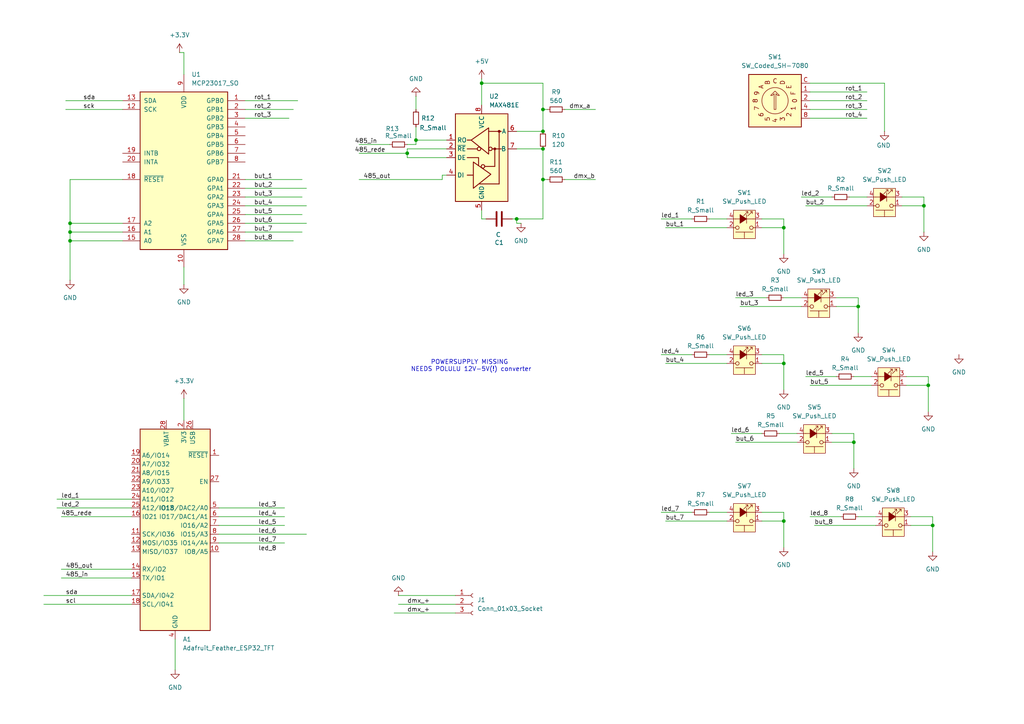
<source format=kicad_sch>
(kicad_sch (version 20231120) (generator "eeschema") (generator_version "8.0")
  (paper "A4")
  (lib_symbols
    (symbol "Connector:Conn_01x03_Socket" (pin_names (offset 1.016) hide)
      (property "Reference" "J" (at 0 5.08 0))
      (property "Value" "Conn_01x03_Socket" (at 0 -5.08 0))
      (symbol "Conn_01x03_Socket_1_1"
        (arc (start 0 -2.032) (mid -0.5058 -2.54) (end 0 -3.048) (stroke (width 0.1524)))
        (polyline (pts (xy -1.27 -2.54) (xy -0.508 -2.54)) (stroke (width 0.1524)))
        (polyline (pts (xy -1.27 0) (xy -0.508 0)) (stroke (width 0.1524)))
        (polyline (pts (xy -1.27 2.54) (xy -0.508 2.54)) (stroke (width 0.1524)))
        (arc (start 0 0.508) (mid -0.5058 0) (end 0 -0.508) (stroke (width 0.1524)))
        (arc (start 0 3.048) (mid -0.5058 2.54) (end 0 2.032) (stroke (width 0.1524)))
        (pin passive line (at -5.08 2.54 0) (length 3.81) (name "Pin_1") (number "1"))
        (pin passive line (at -5.08 0 0) (length 3.81) (name "Pin_2") (number "2"))
        (pin passive line (at -5.08 -2.54 0) (length 3.81) (name "Pin_3") (number "3"))
      )
    )
    (symbol "Device:C" (pin_numbers hide) (pin_names (offset 0.254))
      (property "Reference" "C" (at 0.635 2.54 0))
      (property "Value" "C" (at 0.635 -2.54 0))
      (symbol "C_0_1"
        (polyline (pts (xy -2.032 -0.762) (xy 2.032 -0.762)) (stroke (width 0.508)))
        (polyline (pts (xy -2.032 0.762) (xy 2.032 0.762)) (stroke (width 0.508)))
      )
      (symbol "C_1_1"
        (pin passive line (at 0 3.81 270) (length 2.794) (name "~") (number "1"))
        (pin passive line (at 0 -3.81 90) (length 2.794) (name "~") (number "2"))
      )
    )
    (symbol "Device:R_Small" (pin_numbers hide) (pin_names (offset 0.254) hide)
      (property "Reference" "R" (at 0.762 0.508 0))
      (property "Value" "R_Small" (at 0.762 -1.016 0))
      (symbol "R_Small_0_1"
        (rectangle (start -0.762 1.778) (end 0.762 -1.778) (stroke (width 0.2032)))
      )
      (symbol "R_Small_1_1"
        (pin passive line (at 0 2.54 270) (length 0.762) (name "~") (number "1"))
        (pin passive line (at 0 -2.54 90) (length 0.762) (name "~") (number "2"))
      )
    )
    (symbol "Interface_Expansion:MCP23017_SO" (pin_names (offset 1.016))
      (property "Reference" "U" (at -11.43 24.13 0))
      (property "Value" "MCP23017_SO" (at 0 0 0))
      (symbol "MCP23017_SO_0_1"
        (rectangle (start -12.7 22.86) (end 12.7 -22.86) (stroke (width 0.254)) (fill (type background)))
      )
      (symbol "MCP23017_SO_1_1"
        (pin bidirectional line (at 17.78 20.32 180) (length 5.08) (name "GPB0") (number "1"))
        (pin power_in line (at 0 -27.94 90) (length 5.08) (name "VSS") (number "10"))
        (pin no_connect line (at -12.7 15.24 0) (length 5.08) hide (name "NC") (number "11"))
        (pin input line (at -17.78 17.78 0) (length 5.08) (name "SCK") (number "12"))
        (pin bidirectional line (at -17.78 20.32 0) (length 5.08) (name "SDA") (number "13"))
        (pin no_connect line (at -12.7 12.7 0) (length 5.08) hide (name "NC") (number "14"))
        (pin input line (at -17.78 -20.32 0) (length 5.08) (name "A0") (number "15"))
        (pin input line (at -17.78 -17.78 0) (length 5.08) (name "A1") (number "16"))
        (pin input line (at -17.78 -15.24 0) (length 5.08) (name "A2") (number "17"))
        (pin input line (at -17.78 -2.54 0) (length 5.08) (name "~{RESET}") (number "18"))
        (pin tri_state line (at -17.78 5.08 0) (length 5.08) (name "INTB") (number "19"))
        (pin bidirectional line (at 17.78 17.78 180) (length 5.08) (name "GPB1") (number "2"))
        (pin tri_state line (at -17.78 2.54 0) (length 5.08) (name "INTA") (number "20"))
        (pin bidirectional line (at 17.78 -2.54 180) (length 5.08) (name "GPA0") (number "21"))
        (pin bidirectional line (at 17.78 -5.08 180) (length 5.08) (name "GPA1") (number "22"))
        (pin bidirectional line (at 17.78 -7.62 180) (length 5.08) (name "GPA2") (number "23"))
        (pin bidirectional line (at 17.78 -10.16 180) (length 5.08) (name "GPA3") (number "24"))
        (pin bidirectional line (at 17.78 -12.7 180) (length 5.08) (name "GPA4") (number "25"))
        (pin bidirectional line (at 17.78 -15.24 180) (length 5.08) (name "GPA5") (number "26"))
        (pin bidirectional line (at 17.78 -17.78 180) (length 5.08) (name "GPA6") (number "27"))
        (pin bidirectional line (at 17.78 -20.32 180) (length 5.08) (name "GPA7") (number "28"))
        (pin bidirectional line (at 17.78 15.24 180) (length 5.08) (name "GPB2") (number "3"))
        (pin bidirectional line (at 17.78 12.7 180) (length 5.08) (name "GPB3") (number "4"))
        (pin bidirectional line (at 17.78 10.16 180) (length 5.08) (name "GPB4") (number "5"))
        (pin bidirectional line (at 17.78 7.62 180) (length 5.08) (name "GPB5") (number "6"))
        (pin bidirectional line (at 17.78 5.08 180) (length 5.08) (name "GPB6") (number "7"))
        (pin bidirectional line (at 17.78 2.54 180) (length 5.08) (name "GPB7") (number "8"))
        (pin power_in line (at 0 27.94 270) (length 5.08) (name "VDD") (number "9"))
      )
    )
    (symbol "Interface_UART:MAX481E"
      (property "Reference" "U" (at -6.985 13.97 0))
      (property "Value" "MAX481E" (at 1.905 13.97 0))
      (symbol "MAX481E_0_1"
        (rectangle (start -7.62 12.7) (end 7.62 -12.7) (stroke (width 0.254)) (fill (type background)))
        (polyline (pts (xy -4.191 2.54) (xy -1.27 2.54)) (stroke (width 0.254)))
        (polyline (pts (xy -2.54 -5.08) (xy -4.191 -5.08)) (stroke (width 0.254)))
        (polyline (pts (xy -0.635 -7.62) (xy 5.08 -7.62)) (stroke (width 0.254)))
        (polyline (pts (xy 0.889 -2.54) (xy 3.81 -2.54)) (stroke (width 0.254)))
        (polyline (pts (xy 2.032 7.62) (xy 5.715 7.62)) (stroke (width 0.254)))
        (polyline (pts (xy 3.048 2.54) (xy 5.715 2.54)) (stroke (width 0.254)))
        (polyline (pts (xy 3.81 -2.54) (xy 3.81 2.54)) (stroke (width 0.254)))
        (polyline (pts (xy 5.08 -7.62) (xy 5.08 7.62)) (stroke (width 0.254)))
        (polyline (pts (xy -4.191 0) (xy -0.889 0) (xy -0.889 -2.286)) (stroke (width 0.254)))
        (polyline (pts (xy -3.175 5.08) (xy -4.191 5.08) (xy -4.064 5.08)) (stroke (width 0.254)))
        (polyline (pts (xy -2.413 -5.08) (xy -2.413 -1.27) (xy 2.667 -4.826) (xy -2.413 -8.89) (xy -2.413 -5.08)) (stroke (width 0.254)))
        (circle (center 0.381 -2.54) (radius 0.508) (stroke (width 0.254)))
        (circle (center 3.81 2.54) (radius 0.2794) (stroke (width 0.254)) (fill (type outline)))
      )
      (symbol "MAX481E_1_1"
        (circle (center -0.762 2.54) (radius 0.508) (stroke (width 0.254)))
        (polyline (pts (xy 2.032 4.826) (xy 2.032 8.636) (xy -3.048 5.08) (xy 2.032 1.016) (xy 2.032 4.826)) (stroke (width 0.254)))
        (circle (center 2.54 2.54) (radius 0.508) (stroke (width 0.254)))
        (circle (center 5.08 7.62) (radius 0.2794) (stroke (width 0.254)) (fill (type outline)))
        (pin output line (at -10.16 5.08 0) (length 2.54) (name "RO") (number "1"))
        (pin input line (at -10.16 2.54 0) (length 2.54) (name "~{RE}") (number "2"))
        (pin input line (at -10.16 0 0) (length 2.54) (name "DE") (number "3"))
        (pin input line (at -10.16 -5.08 0) (length 2.54) (name "DI") (number "4"))
        (pin power_in line (at 0 -15.24 90) (length 2.54) (name "GND") (number "5"))
        (pin bidirectional line (at 10.16 7.62 180) (length 2.54) (name "A") (number "6"))
        (pin bidirectional line (at 10.16 2.54 180) (length 2.54) (name "B") (number "7"))
        (pin power_in line (at 0 15.24 270) (length 2.54) (name "VCC") (number "8"))
      )
    )
    (symbol "MCU_Module:Adafruit_Feather_HUZZAH32_ESP32"
      (property "Reference" "A1" (at 2.1941 -33.02 0))
      (property "Value" "Adafruit_Feather_ESP32_TFT" (at 2.1941 -35.56 0))
      (symbol "Adafruit_Feather_HUZZAH32_ESP32_0_1"
        (rectangle (start -10.16 27.94) (end 10.16 -30.48) (stroke (width 0.254)) (fill (type background)))
      )
      (symbol "Adafruit_Feather_HUZZAH32_ESP32_1_1"
        (pin input line (at 12.7 20.32 180) (length 2.54) (name "~{RESET}") (number "1"))
        (pin bidirectional line (at 12.7 -7.62 180) (length 2.54) (name "IO8/A5") (number "10"))
        (pin bidirectional line (at -12.7 -2.54 0) (length 2.54) (name "SCK/IO36") (number "11"))
        (pin bidirectional line (at -12.7 -5.08 0) (length 2.54) (name "MOSI/IO35") (number "12"))
        (pin bidirectional line (at -12.7 -7.62 0) (length 2.54) (name "MISO/IO37") (number "13"))
        (pin bidirectional line (at -12.7 -12.7 0) (length 2.54) (name "RX/IO2") (number "14"))
        (pin bidirectional line (at -12.7 -15.24 0) (length 2.54) (name "TX/IO1") (number "15"))
        (pin bidirectional line (at -12.7 2.54 0) (length 2.54) (name "IO21") (number "16"))
        (pin bidirectional line (at -12.7 -20.32 0) (length 2.54) (name "SDA/IO42") (number "17"))
        (pin bidirectional line (at -12.7 -22.86 0) (length 2.54) (name "SCL/IO41") (number "18"))
        (pin bidirectional line (at -12.7 20.32 0) (length 2.54) (name "A6/IO14") (number "19"))
        (pin power_in line (at 2.54 30.48 270) (length 2.54) (name "3V3") (number "2"))
        (pin bidirectional line (at -12.7 17.78 0) (length 2.54) (name "A7/IO32") (number "20"))
        (pin bidirectional line (at -12.7 15.24 0) (length 2.54) (name "A8/IO15") (number "21"))
        (pin bidirectional line (at -12.7 12.7 0) (length 2.54) (name "A9/IO33") (number "22"))
        (pin bidirectional line (at -12.7 10.16 0) (length 2.54) (name "A10/IO27") (number "23"))
        (pin bidirectional line (at -12.7 7.62 0) (length 2.54) (name "A11/IO12") (number "24"))
        (pin bidirectional line (at -12.7 5.08 0) (length 2.54) (name "A12/IO13") (number "25"))
        (pin power_in line (at 5.08 30.48 270) (length 2.54) (name "USB") (number "26"))
        (pin input line (at 12.7 12.7 180) (length 2.54) (name "EN") (number "27"))
        (pin power_in line (at -2.54 30.48 270) (length 2.54) (name "VBAT") (number "28"))
        (pin no_connect line (at 10.16 10.16 180) (length 2.54) hide (name "NC") (number "3"))
        (pin power_in line (at 0 -33.02 90) (length 2.54) (name "GND") (number "4"))
        (pin bidirectional line (at 12.7 5.08 180) (length 2.54) (name "IO18/DAC2/A0") (number "5"))
        (pin bidirectional line (at 12.7 2.54 180) (length 2.54) (name "IO17/DAC1/A1") (number "6"))
        (pin bidirectional line (at 12.7 0 180) (length 2.54) (name "IO16/A2") (number "7"))
        (pin bidirectional line (at 12.7 -2.54 180) (length 2.54) (name "IO15/A3") (number "8"))
        (pin bidirectional line (at 12.7 -5.08 180) (length 2.54) (name "IO14/A4") (number "9"))
      )
    )
    (symbol "Switch:SW_Coded_SH-7080" (pin_names hide)
      (property "Reference" "SW" (at -7.62 8.89 0))
      (property "Value" "SW_Coded_SH-7080" (at -7.62 -8.89 0))
      (symbol "SW_Coded_SH-7080_0_0"
        (text "0" (at 5.715 0 2700) (effects (font (size 1.27 1.27))))
        (text "1" (at 5.2832 -2.1844 2475) (effects (font (size 1.27 1.27))))
        (text "2" (at 4.0386 -4.0386 2250) (effects (font (size 1.27 1.27))))
        (text "3" (at 2.1844 -5.2832 2025) (effects (font (size 1.27 1.27))))
        (text "4" (at 0 -5.715 1800) (effects (font (size 1.27 1.27))))
        (text "5" (at -2.1844 -5.2832 1575) (effects (font (size 1.27 1.27))))
        (text "6" (at -4.0386 -4.0386 1350) (effects (font (size 1.27 1.27))))
        (text "7" (at -5.2832 -2.1844 1125) (effects (font (size 1.27 1.27))))
        (text "8" (at -5.715 0 900) (effects (font (size 1.27 1.27))))
        (text "9" (at -5.2832 2.1844 675) (effects (font (size 1.27 1.27))))
        (text "A" (at -4.0386 4.0386 450) (effects (font (size 1.27 1.27))))
        (text "B" (at -2.1844 5.2832 225) (effects (font (size 1.27 1.27))))
        (text "C" (at 0 5.715 0) (effects (font (size 1.27 1.27))))
        (text "D" (at 2.1844 5.2832 3375) (effects (font (size 1.27 1.27))))
        (text "E" (at 4.0386 4.0386 3150) (effects (font (size 1.27 1.27))))
        (text "F" (at 5.2832 2.1844 2925) (effects (font (size 1.27 1.27))))
      )
      (symbol "SW_Coded_SH-7080_0_1"
        (polyline (pts (xy -0.254 -2.54) (xy -0.254 2.032) (xy -0.762 1.524) (xy -1.27 1.524) (xy 0 2.794) (xy 1.27 1.524) (xy 0.762 1.524) (xy 0.254 2.032) (xy 0.254 -2.54) (xy -0.254 -2.54) (xy -0.254 -2.54)))
        (circle (center 0 0) (radius 3.81))
        (rectangle (start 7.62 7.62) (end -7.62 -7.62) (stroke (width 0.254)) (fill (type background)))
      )
      (symbol "SW_Coded_SH-7080_1_1"
        (pin passive line (at 10.16 2.54 180) (length 2.54) (name "1") (number "1"))
        (pin passive line (at 10.16 0 180) (length 2.54) (name "2") (number "2"))
        (pin passive line (at 10.16 -2.54 180) (length 2.54) (name "4") (number "4"))
        (pin passive line (at 10.16 -5.08 180) (length 2.54) (name "8") (number "8"))
        (pin passive line (at 10.16 5.08 180) (length 2.54) (name "C") (number "C"))
      )
    )
    (symbol "Switch:SW_Push_LED" (pin_names (offset 1.016) hide)
      (property "Reference" "SW" (at 0 7.62 0))
      (property "Value" "SW_Push_LED" (at 0 -3.81 0))
      (symbol "SW_Push_LED_0_0"
        (polyline (pts (xy -2.54 0) (xy 2.54 0)))
        (polyline (pts (xy -2.286 -2.159) (xy -1.016 -0.889)))
        (polyline (pts (xy -1.016 -2.159) (xy 0.254 -0.889)))
        (polyline (pts (xy -0.635 1.27) (xy -0.635 -1.27)))
        (polyline (pts (xy -2.286 -1.524) (xy -2.286 -2.159) (xy -1.651 -2.159)))
        (polyline (pts (xy -1.016 -1.524) (xy -1.016 -2.159) (xy -0.381 -2.159)))
        (polyline (pts (xy -0.635 0) (xy 1.27 1.27) (xy 1.27 -1.27) (xy -0.635 0)) (fill (type outline)))
      )
      (symbol "SW_Push_LED_0_1"
        (circle (center -2.032 2.54) (radius 0.508))
        (polyline (pts (xy 0 3.81) (xy 0 5.588)))
        (polyline (pts (xy 2.54 3.81) (xy -2.54 3.81)))
        (circle (center 2.032 2.54) (radius 0.508))
        (pin passive line (at -5.08 2.54 0) (length 2.54) (name "1") (number "1"))
        (pin passive line (at 5.08 2.54 180) (length 2.54) (name "2") (number "2"))
        (pin passive line (at -5.08 0 0) (length 2.54) (name "K") (number "3"))
        (pin passive line (at 5.08 0 180) (length 2.54) (name "A") (number "4"))
      )
      (symbol "SW_Push_LED_1_1"
        (rectangle (start -3.175 5.715) (end 3.175 -2.54) (fill (type background)))
      )
    )
    (symbol "power:+3.3V" (power) (pin_numbers hide) (pin_names (offset 0) hide)
      (property "Value" "+3.3V" (at 0 3.556 0))
      (symbol "+3.3V_0_1"
        (polyline (pts (xy -0.762 1.27) (xy 0 2.54)))
        (polyline (pts (xy 0 0) (xy 0 2.54)))
        (polyline (pts (xy 0 2.54) (xy 0.762 1.27)))
      )
      (symbol "+3.3V_1_1"
        (pin power_in line (at 0 0 90) (length 0) (name "~") (number "1"))
      )
    )
    (symbol "power:+5V" (power) (pin_numbers hide) (pin_names (offset 0) hide)
      (property "Value" "+5V" (at 0 3.556 0))
      (symbol "+5V_0_1"
        (polyline (pts (xy -0.762 1.27) (xy 0 2.54)))
        (polyline (pts (xy 0 0) (xy 0 2.54)))
        (polyline (pts (xy 0 2.54) (xy 0.762 1.27)))
      )
      (symbol "+5V_1_1"
        (pin power_in line (at 0 0 90) (length 0) (name "~") (number "1"))
      )
    )
    (symbol "power:GND" (power) (pin_numbers hide) (pin_names (offset 0) hide)
      (property "Value" "GND" (at 0 -3.81 0))
      (symbol "GND_0_1"
        (polyline (pts (xy 0 0) (xy 0 -1.27) (xy 1.27 -1.27) (xy 0 -2.54) (xy -1.27 -1.27) (xy 0 -1.27)))
      )
      (symbol "GND_1_1"
        (pin power_in line (at 0 0 270) (length 0) (name "~") (number "1"))
      )
    )
  )
  (junction (at 20.32 67.31))
  (junction (at 267.97 59.69))
  (junction (at 227.33 151.13))
  (junction (at 270.51 152.4))
  (junction (at 269.24 111.76))
  (junction (at 20.32 69.85))
  (junction (at 118.11 44.45))
  (junction (at 248.92 88.9))
  (junction (at 149.86 63.5))
  (junction (at 247.65 128.27))
  (junction (at 139.7 24.13))
  (junction (at 157.48 31.75))
  (junction (at 20.32 64.77))
  (junction (at 227.33 105.41))
  (junction (at 157.48 52.07))
  (junction (at 157.48 43.18))
  (junction (at 120.65 40.64))
  (junction (at 157.48 38.1))
  (junction (at 227.33 66.04))
  (wire (pts (xy 71.12 62.23) (xy 87.63 62.23)))
  (wire (pts (xy 20.32 69.85) (xy 20.32 81.28)))
  (wire (pts (xy 220.98 66.04) (xy 227.33 66.04)))
  (wire (pts (xy 71.12 54.61) (xy 88.9 54.61)))
  (wire (pts (xy 234.95 34.29) (xy 251.46 34.29)))
  (wire (pts (xy 157.48 52.07) (xy 158.75 52.07)))
  (wire (pts (xy 157.48 38.1) (xy 157.48 31.75)))
  (wire (pts (xy 241.3 128.27) (xy 247.65 128.27)))
  (wire (pts (xy 71.12 31.75) (xy 85.09 31.75)))
  (wire (pts (xy 213.36 86.36) (xy 222.25 86.36)))
  (wire (pts (xy 234.95 24.13) (xy 256.54 24.13)))
  (wire (pts (xy 220.98 102.87) (xy 227.33 102.87)))
  (wire (pts (xy 236.22 152.4) (xy 254 152.4)))
  (wire (pts (xy 213.36 128.27) (xy 231.14 128.27)))
  (wire (pts (xy 149.86 64.77) (xy 151.13 64.77)))
  (wire (pts (xy 157.48 43.18) (xy 157.48 52.07)))
  (wire (pts (xy 157.48 24.13) (xy 157.48 31.75)))
  (wire (pts (xy 118.11 43.18) (xy 118.11 44.45)))
  (wire (pts (xy 17.78 165.1) (xy 38.1 165.1)))
  (wire (pts (xy 248.92 88.9) (xy 248.92 96.52)))
  (wire (pts (xy 20.32 67.31) (xy 35.56 67.31)))
  (wire (pts (xy 246.38 57.15) (xy 251.46 57.15)))
  (wire (pts (xy 139.7 60.96) (xy 139.7 63.5)))
  (wire (pts (xy 205.74 102.87) (xy 210.82 102.87)))
  (wire (pts (xy 63.5 147.32) (xy 82.55 147.32)))
  (wire (pts (xy 19.05 31.75) (xy 35.56 31.75)))
  (wire (pts (xy 149.86 38.1) (xy 157.48 38.1)))
  (wire (pts (xy 157.48 31.75) (xy 158.75 31.75)))
  (wire (pts (xy 233.68 109.22) (xy 242.57 109.22)))
  (wire (pts (xy 120.65 36.83) (xy 120.65 40.64)))
  (wire (pts (xy 118.11 45.72) (xy 118.11 44.45)))
  (wire (pts (xy 262.89 111.76) (xy 269.24 111.76)))
  (wire (pts (xy 248.92 86.36) (xy 248.92 88.9)))
  (wire (pts (xy 104.14 44.45) (xy 118.11 44.45)))
  (wire (pts (xy 191.77 148.59) (xy 200.66 148.59)))
  (wire (pts (xy 71.12 52.07) (xy 87.63 52.07)))
  (wire (pts (xy 242.57 88.9) (xy 248.92 88.9)))
  (wire (pts (xy 234.95 111.76) (xy 252.73 111.76)))
  (wire (pts (xy 227.33 63.5) (xy 227.33 66.04)))
  (wire (pts (xy 227.33 151.13) (xy 227.33 158.75)))
  (wire (pts (xy 214.63 88.9) (xy 232.41 88.9)))
  (wire (pts (xy 233.68 59.69) (xy 251.46 59.69)))
  (wire (pts (xy 264.16 149.86) (xy 270.51 149.86)))
  (wire (pts (xy 63.5 149.86) (xy 82.55 149.86)))
  (wire (pts (xy 205.74 148.59) (xy 210.82 148.59)))
  (wire (pts (xy 227.33 102.87) (xy 227.33 105.41)))
  (wire (pts (xy 163.83 52.07) (xy 172.72 52.07)))
  (wire (pts (xy 267.97 57.15) (xy 267.97 59.69)))
  (wire (pts (xy 191.77 63.5) (xy 200.66 63.5)))
  (wire (pts (xy 50.8 185.42) (xy 50.8 194.31)))
  (wire (pts (xy 157.48 52.07) (xy 157.48 63.5)))
  (wire (pts (xy 234.95 149.86) (xy 243.84 149.86)))
  (wire (pts (xy 227.33 148.59) (xy 227.33 151.13)))
  (wire (pts (xy 128.27 50.8) (xy 128.27 52.07)))
  (wire (pts (xy 71.12 67.31) (xy 87.63 67.31)))
  (wire (pts (xy 227.33 66.04) (xy 227.33 73.66)))
  (wire (pts (xy 149.86 43.18) (xy 157.48 43.18)))
  (wire (pts (xy 248.92 149.86) (xy 254 149.86)))
  (wire (pts (xy 270.51 152.4) (xy 270.51 160.02)))
  (wire (pts (xy 220.98 148.59) (xy 227.33 148.59)))
  (wire (pts (xy 212.09 125.73) (xy 220.98 125.73)))
  (wire (pts (xy 157.48 63.5) (xy 149.86 63.5)))
  (wire (pts (xy 139.7 24.13) (xy 157.48 24.13)))
  (wire (pts (xy 20.32 69.85) (xy 35.56 69.85)))
  (wire (pts (xy 261.62 57.15) (xy 267.97 57.15)))
  (wire (pts (xy 53.34 21.59) (xy 53.34 15.24)))
  (wire (pts (xy 115.57 175.26) (xy 132.08 175.26)))
  (wire (pts (xy 52.07 15.24) (xy 53.34 15.24)))
  (wire (pts (xy 193.04 66.04) (xy 210.82 66.04)))
  (wire (pts (xy 227.33 105.41) (xy 227.33 113.03)))
  (wire (pts (xy 270.51 149.86) (xy 270.51 152.4)))
  (wire (pts (xy 247.65 109.22) (xy 252.73 109.22)))
  (wire (pts (xy 220.98 63.5) (xy 227.33 63.5)))
  (wire (pts (xy 71.12 57.15) (xy 87.63 57.15)))
  (wire (pts (xy 232.41 57.15) (xy 241.3 57.15)))
  (wire (pts (xy 83.82 34.29) (xy 71.12 34.29)))
  (wire (pts (xy 139.7 22.86) (xy 139.7 24.13)))
  (wire (pts (xy 63.5 157.48) (xy 82.55 157.48)))
  (wire (pts (xy 234.95 31.75) (xy 251.46 31.75)))
  (wire (pts (xy 226.06 125.73) (xy 231.14 125.73)))
  (wire (pts (xy 16.51 144.78) (xy 38.1 144.78)))
  (wire (pts (xy 20.32 52.07) (xy 20.32 64.77)))
  (wire (pts (xy 269.24 109.22) (xy 269.24 111.76)))
  (wire (pts (xy 71.12 59.69) (xy 88.9 59.69)))
  (wire (pts (xy 267.97 59.69) (xy 267.97 67.31)))
  (wire (pts (xy 139.7 24.13) (xy 139.7 30.48)))
  (wire (pts (xy 19.05 29.21) (xy 35.56 29.21)))
  (wire (pts (xy 35.56 64.77) (xy 20.32 64.77)))
  (wire (pts (xy 104.14 41.91) (xy 113.03 41.91)))
  (wire (pts (xy 63.5 152.4) (xy 82.55 152.4)))
  (wire (pts (xy 118.11 43.18) (xy 129.54 43.18)))
  (wire (pts (xy 63.5 154.94) (xy 88.9 154.94)))
  (wire (pts (xy 20.32 67.31) (xy 20.32 69.85)))
  (wire (pts (xy 35.56 52.07) (xy 20.32 52.07)))
  (wire (pts (xy 247.65 125.73) (xy 247.65 128.27)))
  (wire (pts (xy 269.24 111.76) (xy 269.24 119.38)))
  (wire (pts (xy 12.7 172.72) (xy 38.1 172.72)))
  (wire (pts (xy 118.11 45.72) (xy 129.54 45.72)))
  (wire (pts (xy 256.54 24.13) (xy 256.54 38.1)))
  (wire (pts (xy 193.04 151.13) (xy 210.82 151.13)))
  (wire (pts (xy 71.12 69.85) (xy 85.09 69.85)))
  (wire (pts (xy 114.3 177.8) (xy 132.08 177.8)))
  (wire (pts (xy 20.32 64.77) (xy 20.32 67.31)))
  (wire (pts (xy 16.51 147.32) (xy 38.1 147.32)))
  (wire (pts (xy 120.65 40.64) (xy 129.54 40.64)))
  (wire (pts (xy 193.04 105.41) (xy 210.82 105.41)))
  (wire (pts (xy 148.59 63.5) (xy 149.86 63.5)))
  (wire (pts (xy 71.12 64.77) (xy 88.9 64.77)))
  (wire (pts (xy 115.57 172.72) (xy 132.08 172.72)))
  (wire (pts (xy 242.57 86.36) (xy 248.92 86.36)))
  (wire (pts (xy 120.65 27.94) (xy 120.65 31.75)))
  (wire (pts (xy 241.3 125.73) (xy 247.65 125.73)))
  (wire (pts (xy 163.83 31.75) (xy 172.72 31.75)))
  (wire (pts (xy 128.27 52.07) (xy 104.14 52.07)))
  (wire (pts (xy 71.12 29.21) (xy 86.36 29.21)))
  (wire (pts (xy 139.7 63.5) (xy 140.97 63.5)))
  (wire (pts (xy 53.34 77.47) (xy 53.34 82.55)))
  (wire (pts (xy 264.16 152.4) (xy 270.51 152.4)))
  (wire (pts (xy 234.95 26.67) (xy 251.46 26.67)))
  (wire (pts (xy 247.65 128.27) (xy 247.65 135.89)))
  (wire (pts (xy 205.74 63.5) (xy 210.82 63.5)))
  (wire (pts (xy 17.78 167.64) (xy 38.1 167.64)))
  (wire (pts (xy 220.98 105.41) (xy 227.33 105.41)))
  (wire (pts (xy 261.62 59.69) (xy 267.97 59.69)))
  (wire (pts (xy 149.86 63.5) (xy 149.86 64.77)))
  (wire (pts (xy 227.33 86.36) (xy 232.41 86.36)))
  (wire (pts (xy 262.89 109.22) (xy 269.24 109.22)))
  (wire (pts (xy 12.7 175.26) (xy 38.1 175.26)))
  (wire (pts (xy 220.98 151.13) (xy 227.33 151.13)))
  (wire (pts (xy 17.78 149.86) (xy 38.1 149.86)))
  (wire (pts (xy 234.95 29.21) (xy 251.46 29.21)))
  (wire (pts (xy 191.77 102.87) (xy 200.66 102.87)))
  (wire (pts (xy 118.11 41.91) (xy 120.65 41.91)))
  (wire (pts (xy 128.27 50.8) (xy 129.54 50.8)))
  (wire (pts (xy 53.34 115.57) (xy 53.34 121.92)))
  (wire (pts (xy 120.65 40.64) (xy 120.65 41.91)))
  (text "POWERSUPPLY MISSING \nNEEDS POLULU 12V-5V(!) converter\n" (at 136.652 106.172 0) (effects (font (size 1.27 1.27))))
  (label "led_7" (at 191.77 148.59 0))
  (label "rot_2" (at 73.66 31.75 0))
  (label "but_7" (at 73.66 67.31 0))
  (label "485_rede" (at 17.78 149.86 0))
  (label "but_5" (at 234.95 111.76 0))
  (label "but_6" (at 213.36 128.27 0))
  (label "led_6" (at 212.09 125.73 0))
  (label "dmx_a" (at 165.1 31.75 0))
  (label "but_6" (at 73.66 64.77 0))
  (label "sda" (at 19.05 172.72 0))
  (label "but_2" (at 73.66 54.61 0))
  (label "rot_1" (at 245.11 26.67 0))
  (label "led_8" (at 234.95 149.86 0))
  (label "led_3" (at 213.36 86.36 0))
  (label "rot_2" (at 245.11 29.21 0))
  (label "rot_1" (at 73.66 29.21 0))
  (label "but_3" (at 214.63 88.9 0))
  (label "led_5" (at 233.68 109.22 0))
  (label "rot_3" (at 73.66 34.29 0))
  (label "but_1" (at 193.04 66.04 0))
  (label "sck" (at 24.13 31.75 0))
  (label "led_5" (at 74.93 152.4 0))
  (label "but_7" (at 193.04 151.13 0))
  (label "led_8" (at 74.93 160.02 0))
  (label "485_rede" (at 102.87 44.45 0))
  (label "led_2" (at 232.41 57.15 0))
  (label "485_in" (at 102.87 41.91 0))
  (label "485_in" (at 19.05 167.64 0))
  (label "sda" (at 24.13 29.21 0))
  (label "led_4" (at 74.93 149.86 0))
  (label "but_5" (at 73.66 62.23 0))
  (label "led_1" (at 17.78 144.78 0) (effects (font (size 0.0254 0.0254))))
  (label "but_3" (at 73.66 57.15 0))
  (label "led_4" (at 191.77 102.87 0))
  (label "but_8" (at 73.66 69.85 0))
  (label "led_1" (at 191.77 63.5 0))
  (label "led_1" (at 17.78 144.78 0))
  (label "led_3" (at 74.93 147.32 0))
  (label "but_8" (at 236.22 152.4 0))
  (label "but_1" (at 73.66 52.07 0))
  (label "led_2" (at 17.78 147.32 0))
  (label "485_out" (at 105.41 52.07 0))
  (label "but_4" (at 73.66 59.69 0))
  (label "rot_3" (at 245.11 31.75 0))
  (label "but_2" (at 233.68 59.69 0))
  (label "led_7" (at 74.93 157.48 0))
  (label "dmx_+" (at 118.11 177.8 0))
  (label "485_out" (at 19.05 165.1 0))
  (label "rot_4" (at 245.11 34.29 0))
  (label "scl" (at 19.05 175.26 0))
  (label "dmx_+" (at 118.11 175.26 0))
  (label "but_4" (at 193.04 105.41 0))
  (label "dmx_b" (at 166.37 52.07 0))
  (label "led_6" (at 74.93 154.94 0))
  (symbol (lib_id "power:GND") (at 53.34 82.55 0) (unit 1)
    (property "Reference" "#PWR010" (effects (hide yes)))
    (property "Value" "GND" (at 53.34 87.63 0))
    (property "Description" "Power symbol creates a global label with name \"GND\" , ground" (effects (hide yes)))
  )
  (symbol (lib_id "power:GND") (at 120.65 27.94 180) (unit 1)
    (property "Reference" "#PWR015" (effects (hide yes)))
    (property "Value" "GND" (at 120.65 22.86 0))
    (property "Description" "Power symbol creates a global label with name \"GND\" , ground" (effects (hide yes)))
  )
  (symbol (lib_id "Switch:SW_Push_LED") (at 257.81 109.22 180) (unit 1)
    (property "Reference" "SW4" (at 257.81 101.6 0))
    (property "Value" "SW_Push_LED" (at 257.81 104.14 0))
    (property "Description" "Push button switch with LED, generic" (effects (hide yes)))
  )
  (symbol (lib_id "Device:R_Small") (at 120.65 34.29 180) (unit 1)
    (property "Reference" "R12" (at 122.174 34.29 0) (effects (justify right)))
    (property "Value" "R_Small" (at 121.666 37.084 0) (effects (justify right)))
    (property "Description" "Resistor, small symbol" (effects (hide yes)))
  )
  (symbol (lib_id "Switch:SW_Push_LED") (at 237.49 86.36 180) (unit 1)
    (property "Reference" "SW3" (at 237.49 78.74 0))
    (property "Value" "SW_Push_LED" (at 237.49 81.28 0))
    (property "Description" "Push button switch with LED, generic" (effects (hide yes)))
  )
  (symbol (lib_id "power:GND") (at 20.32 81.28 0) (unit 1)
    (property "Reference" "#PWR017" (effects (hide yes)))
    (property "Value" "GND" (at 20.32 86.36 0))
    (property "Description" "Power symbol creates a global label with name \"GND\" , ground" (effects (hide yes)))
  )
  (symbol (lib_id "power:GND") (at 278.13 102.87 0) (unit 1)
    (property "Reference" "#PWR011" (effects (hide yes)))
    (property "Value" "GND" (at 278.13 107.95 0))
    (property "Description" "Power symbol creates a global label with name \"GND\" , ground" (effects (hide yes)))
  )
  (symbol (lib_id "Device:R_Small") (at 203.2 63.5 90) (unit 1)
    (property "Reference" "R1" (at 203.2 58.42 90))
    (property "Value" "R_Small" (at 203.2 60.96 90))
    (property "Description" "Resistor, small symbol" (effects (hide yes)))
  )
  (symbol (lib_id "power:GND") (at 227.33 73.66 0) (unit 1)
    (property "Reference" "#PWR01" (effects (hide yes)))
    (property "Value" "GND" (at 227.33 78.74 0))
    (property "Description" "Power symbol creates a global label with name \"GND\" , ground" (effects (hide yes)))
  )
  (symbol (lib_id "Device:R_Small") (at 161.29 31.75 90) (unit 1)
    (property "Reference" "R9" (at 161.29 26.67 90))
    (property "Value" "560" (at 161.29 29.21 90))
    (property "Description" "Resistor, small symbol" (effects (hide yes)))
  )
  (symbol (lib_id "power:GND") (at 227.33 158.75 0) (unit 1)
    (property "Reference" "#PWR07" (effects (hide yes)))
    (property "Value" "GND" (at 227.33 163.83 0))
    (property "Description" "Power symbol creates a global label with name \"GND\" , ground" (effects (hide yes)))
  )
  (symbol (lib_id "Device:R_Small") (at 245.11 109.22 90) (unit 1)
    (property "Reference" "R4" (at 245.11 104.14 90))
    (property "Value" "R_Small" (at 245.11 106.68 90))
    (property "Description" "Resistor, small symbol" (effects (hide yes)))
  )
  (symbol (lib_id "power:GND") (at 227.33 113.03 0) (unit 1)
    (property "Reference" "#PWR06" (effects (hide yes)))
    (property "Value" "GND" (at 227.33 118.11 0))
    (property "Description" "Power symbol creates a global label with name \"GND\" , ground" (effects (hide yes)))
  )
  (symbol (lib_id "Device:C") (at 144.78 63.5 90) (unit 1)
    (property "Reference" "C1" (at 144.78 70.358 90))
    (property "Value" "C" (at 144.526 68.072 90))
    (property "Description" "Unpolarized capacitor" (effects (hide yes)))
  )
  (symbol (lib_id "Device:R_Small") (at 161.29 52.07 90) (unit 1)
    (property "Reference" "R11" (at 161.29 46.99 90))
    (property "Value" "560" (at 161.29 49.53 90))
    (property "Description" "Resistor, small symbol" (effects (hide yes)))
  )
  (symbol (lib_id "Device:R_Small") (at 203.2 102.87 90) (unit 1)
    (property "Reference" "R6" (at 203.2 97.79 90))
    (property "Value" "R_Small" (at 203.2 100.33 90))
    (property "Description" "Resistor, small symbol" (effects (hide yes)))
  )
  (symbol (lib_id "Device:R_Small") (at 224.79 86.36 90) (unit 1)
    (property "Reference" "R3" (at 224.79 81.28 90))
    (property "Value" "R_Small" (at 224.79 83.82 90))
    (property "Description" "Resistor, small symbol" (effects (hide yes)))
  )
  (symbol (lib_id "Device:R_Small") (at 157.48 40.64 180) (unit 1)
    (property "Reference" "R10" (at 160.02 39.3699 0) (effects (justify right)))
    (property "Value" "120" (at 160.02 41.9099 0) (effects (justify right)))
    (property "Description" "Resistor, small symbol" (effects (hide yes)))
  )
  (symbol (lib_id "power:+3.3V") (at 53.34 115.57 0) (unit 1)
    (property "Reference" "#PWR013" (effects (hide yes)))
    (property "Value" "+3.3V" (at 53.34 110.49 0))
    (property "Description" "Power symbol creates a global label with name \"+3.3V\"" (effects (hide yes)))
  )
  (symbol (lib_id "power:GND") (at 115.57 172.72 180) (unit 1)
    (property "Reference" "#PWR019" (effects (hide yes)))
    (property "Value" "GND" (at 115.57 167.64 0))
    (property "Description" "Power symbol creates a global label with name \"GND\" , ground" (effects (hide yes)))
  )
  (symbol (lib_id "power:GND") (at 248.92 96.52 0) (unit 1)
    (property "Reference" "#PWR03" (effects (hide yes)))
    (property "Value" "GND" (at 248.92 101.6 0))
    (property "Description" "Power symbol creates a global label with name \"GND\" , ground" (effects (hide yes)))
  )
  (symbol (lib_id "Switch:SW_Push_LED") (at 236.22 125.73 180) (unit 1)
    (property "Reference" "SW5" (at 236.22 118.11 0))
    (property "Value" "SW_Push_LED" (at 236.22 120.65 0))
    (property "Description" "Push button switch with LED, generic" (effects (hide yes)))
  )
  (symbol (lib_id "MCU_Module:Adafruit_Feather_HUZZAH32_ESP32") (at 50.8 152.4 0) (unit 1)
    (property "Reference" "A1" (at 52.9941 185.42 0) (effects (justify left)))
    (property "Value" "Adafruit_Feather_ESP32_TFT" (at 52.9941 187.96 0) (effects (justify left)))
    (property "Footprint" "Module:Adafruit_Feather" (effects (hide yes)))
    (property "Datasheet" "https://learn.adafruit.com/adafruit-esp32-s2-tft-feather/pinouts" (effects (hide yes)))
    (property "Description" "Microcontroller module with ESP32 MCU" (effects (hide yes)))
  )
  (symbol (lib_id "Device:R_Small") (at 115.57 41.91 270) (unit 1)
    (property "Reference" "R13" (at 113.792 37.338 90))
    (property "Value" "R_Small" (at 115.57 39.37 90))
    (property "Description" "Resistor, small symbol" (effects (hide yes)))
  )
  (symbol (lib_id "power:GND") (at 151.13 64.77 0) (unit 1)
    (property "Reference" "#PWR016" (effects (hide yes)))
    (property "Value" "GND" (at 151.13 69.85 0))
    (property "Description" "Power symbol creates a global label with name \"GND\" , ground" (effects (hide yes)))
  )
  (symbol (lib_id "power:+5V") (at 139.7 22.86 0) (unit 1)
    (property "Reference" "#PWR018" (effects (hide yes)))
    (property "Value" "+5V" (at 139.7 17.78 0))
    (property "Description" "Power symbol creates a global label with name \"+5V\"" (effects (hide yes)))
  )
  (symbol (lib_id "power:+3.3V") (at 52.07 15.24 0) (unit 1)
    (property "Reference" "#PWR012" (effects (hide yes)))
    (property "Value" "+3.3V" (at 52.07 10.16 0))
    (property "Description" "Power symbol creates a global label with name \"+3.3V\"" (effects (hide yes)))
  )
  (symbol (lib_id "power:GND") (at 269.24 119.38 0) (unit 1)
    (property "Reference" "#PWR04" (effects (hide yes)))
    (property "Value" "GND" (at 269.24 124.46 0))
    (property "Description" "Power symbol creates a global label with name \"GND\" , ground" (effects (hide yes)))
  )
  (symbol (lib_id "Switch:SW_Push_LED") (at 215.9 102.87 180) (unit 1)
    (property "Reference" "SW6" (at 215.9 95.25 0))
    (property "Value" "SW_Push_LED" (at 215.9 97.79 0))
    (property "Description" "Push button switch with LED, generic" (effects (hide yes)))
  )
  (symbol (lib_id "Interface_Expansion:MCP23017_SO") (at 53.34 49.53 0) (unit 1)
    (property "Reference" "U1" (at 55.5341 21.59 0) (effects (justify left)))
    (property "Value" "MCP23017_SO" (at 55.5341 24.13 0) (effects (justify left)))
    (property "Footprint" "Package_SO:SOIC-28W_7.5x17.9mm_P1.27mm" (effects (hide yes)))
    (property "Datasheet" "http://ww1.microchip.com/downloads/en/DeviceDoc/20001952C.pdf" (effects (hide yes)))
    (property "Description" "16-bit I/O expander, I2C, interrupts, w pull-ups, SOIC-28" (effects (hide yes)))
  )
  (symbol (lib_id "power:GND") (at 270.51 160.02 0) (unit 1)
    (property "Reference" "#PWR08" (effects (hide yes)))
    (property "Value" "GND" (at 270.51 165.1 0))
    (property "Description" "Power symbol creates a global label with name \"GND\" , ground" (effects (hide yes)))
  )
  (symbol (lib_id "Switch:SW_Push_LED") (at 256.54 57.15 180) (unit 1)
    (property "Reference" "SW2" (at 256.54 49.53 0))
    (property "Value" "SW_Push_LED" (at 256.54 52.07 0))
    (property "Description" "Push button switch with LED, generic" (effects (hide yes)))
  )
  (symbol (lib_id "Switch:SW_Push_LED") (at 259.08 149.86 180) (unit 1)
    (property "Reference" "SW8" (at 259.08 142.24 0))
    (property "Value" "SW_Push_LED" (at 259.08 144.78 0))
    (property "Description" "Push button switch with LED, generic" (effects (hide yes)))
  )
  (symbol (lib_id "Switch:SW_Coded_SH-7080") (at 224.79 29.21 0) (unit 1)
    (property "Reference" "SW1" (at 224.79 16.51 0))
    (property "Value" "SW_Coded_SH-7080" (at 224.79 19.05 0))
    (property "Footprint" "Button_Switch_SMD:Nidec_Copal_SH-7040B" (effects (hide yes)))
    (property "Datasheet" "https://www.nidec-copal-electronics.com/e/catalog/switch/sh-7000.pdf" (effects (hide yes)))
    (property "Description" "Rotary switch, 4-bit encoding, 16 positions, Gray code" (effects (hide yes)))
  )
  (symbol (lib_id "Device:R_Small") (at 203.2 148.59 90) (unit 1)
    (property "Reference" "R7" (at 203.2 143.51 90))
    (property "Value" "R_Small" (at 203.2 146.05 90))
    (property "Description" "Resistor, small symbol" (effects (hide yes)))
  )
  (symbol (lib_id "Switch:SW_Push_LED") (at 215.9 148.59 180) (unit 1)
    (property "Reference" "SW7" (at 215.9 140.97 0))
    (property "Value" "SW_Push_LED" (at 215.9 143.51 0))
    (property "Description" "Push button switch with LED, generic" (effects (hide yes)))
  )
  (symbol (lib_id "Device:R_Small") (at 243.84 57.15 90) (unit 1)
    (property "Reference" "R2" (at 243.84 52.07 90))
    (property "Value" "R_Small" (at 243.84 54.61 90))
    (property "Description" "Resistor, small symbol" (effects (hide yes)))
  )
  (symbol (lib_id "power:GND") (at 50.8 194.31 0) (unit 1)
    (property "Reference" "#PWR014" (effects (hide yes)))
    (property "Value" "GND" (at 50.8 199.39 0))
    (property "Description" "Power symbol creates a global label with name \"GND\" , ground" (effects (hide yes)))
  )
  (symbol (lib_id "Switch:SW_Push_LED") (at 215.9 63.5 180) (unit 1)
    (property "Reference" "SW1" (at 215.9 55.88 0))
    (property "Value" "SW_Push_LED" (at 215.9 58.42 0))
    (property "Description" "Push button switch with LED, generic" (effects (hide yes)))
  )
  (symbol (lib_id "Interface_UART:MAX481E") (at 139.7 45.72 0) (unit 1)
    (property "Reference" "U2" (at 141.8941 27.94 0) (effects (justify left)))
    (property "Value" "MAX481E" (at 141.8941 30.48 0) (effects (justify left)))
    (property "Footprint" "Package_SO:SOIC-8_3.9x4.9mm_P1.27mm" (effects (hide yes)))
    (property "Datasheet" "https://datasheets.maximintegrated.com/en/ds/MAX1487E-MAX491E.pdf" (effects (hide yes)))
    (property "Description" "Half duplex RS-485/RS-422, 2.5 Mbps, ±15kV electro-static discharge (ESD) protection, no slew-rate, with low-power shutdown, with receiver/driver enable, 32 receiver drive capability, DIP-8 and SOIC-8" (effects (hide yes)))
  )
  (symbol (lib_id "Device:R_Small") (at 223.52 125.73 90) (unit 1)
    (property "Reference" "R5" (at 223.52 120.65 90))
    (property "Value" "R_Small" (at 223.52 123.19 90))
    (property "Description" "Resistor, small symbol" (effects (hide yes)))
  )
  (symbol (lib_id "Connector:Conn_01x03_Socket") (at 137.16 175.26 0) (unit 1)
    (property "Reference" "J1" (at 138.43 173.9899 0) (effects (justify left)))
    (property "Value" "Conn_01x03_Socket" (at 138.43 176.5299 0) (effects (justify left)))
    (property "Description" "Generic connector, single row, 01x03, script generated" (effects (hide yes)))
  )
  (symbol (lib_id "power:GND") (at 256.54 38.1 0) (unit 1)
    (property "Reference" "#PWR09" (effects (hide yes)))
    (property "Value" "GND" (at 256.286 42.164 0))
    (property "Description" "Power symbol creates a global label with name \"GND\" , ground" (effects (hide yes)))
  )
  (symbol (lib_id "Device:R_Small") (at 246.38 149.86 90) (unit 1)
    (property "Reference" "R8" (at 246.38 144.78 90))
    (property "Value" "R_Small" (at 246.38 147.32 90))
    (property "Description" "Resistor, small symbol" (effects (hide yes)))
  )
  (symbol (lib_id "power:GND") (at 267.97 67.31 0) (unit 1)
    (property "Reference" "#PWR02" (effects (hide yes)))
    (property "Value" "GND" (at 267.97 72.39 0))
    (property "Description" "Power symbol creates a global label with name \"GND\" , ground" (effects (hide yes)))
  )
  (symbol (lib_id "power:GND") (at 247.65 135.89 0) (unit 1)
    (property "Reference" "#PWR05" (effects (hide yes)))
    (property "Value" "GND" (at 247.65 140.97 0))
    (property "Description" "Power symbol creates a global label with name \"GND\" , ground" (effects (hide yes)))
  )
)
</source>
